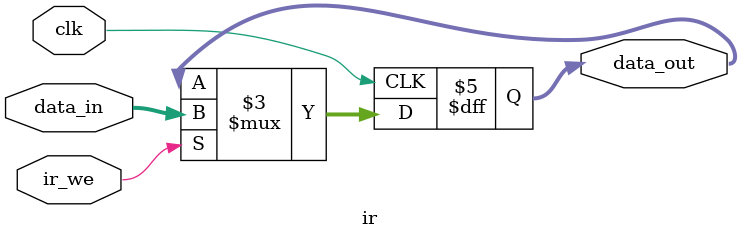
<source format=v>
`timescale 1ns / 1ps
module ir(data_in, clk, ir_we, data_out);
  input clk, ir_we;
  input [31:0] data_in;
  output reg[31:0] data_out;
  always @(posedge clk) begin 
    if (ir_we)
	 begin
        data_out = data_in;
     end
  end
endmodule

</source>
